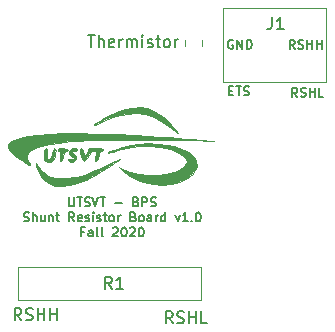
<source format=gbr>
%TF.GenerationSoftware,KiCad,Pcbnew,(5.1.5)-3*%
%TF.CreationDate,2020-10-03T13:17:45-05:00*%
%TF.ProjectId,BPS-ShuntResistorPCB,4250532d-5368-4756-9e74-526573697374,rev?*%
%TF.SameCoordinates,Original*%
%TF.FileFunction,Legend,Top*%
%TF.FilePolarity,Positive*%
%FSLAX46Y46*%
G04 Gerber Fmt 4.6, Leading zero omitted, Abs format (unit mm)*
G04 Created by KiCad (PCBNEW (5.1.5)-3) date 2020-10-03 13:17:45*
%MOMM*%
%LPD*%
G04 APERTURE LIST*
%ADD10C,0.150000*%
%ADD11C,0.127000*%
%ADD12C,0.120000*%
%ADD13C,0.010000*%
G04 APERTURE END LIST*
D10*
X154868714Y-99131380D02*
X154535380Y-98655190D01*
X154297285Y-99131380D02*
X154297285Y-98131380D01*
X154678238Y-98131380D01*
X154773476Y-98179000D01*
X154821095Y-98226619D01*
X154868714Y-98321857D01*
X154868714Y-98464714D01*
X154821095Y-98559952D01*
X154773476Y-98607571D01*
X154678238Y-98655190D01*
X154297285Y-98655190D01*
X155249666Y-99083761D02*
X155392523Y-99131380D01*
X155630619Y-99131380D01*
X155725857Y-99083761D01*
X155773476Y-99036142D01*
X155821095Y-98940904D01*
X155821095Y-98845666D01*
X155773476Y-98750428D01*
X155725857Y-98702809D01*
X155630619Y-98655190D01*
X155440142Y-98607571D01*
X155344904Y-98559952D01*
X155297285Y-98512333D01*
X155249666Y-98417095D01*
X155249666Y-98321857D01*
X155297285Y-98226619D01*
X155344904Y-98179000D01*
X155440142Y-98131380D01*
X155678238Y-98131380D01*
X155821095Y-98179000D01*
X156249666Y-99131380D02*
X156249666Y-98131380D01*
X156249666Y-98607571D02*
X156821095Y-98607571D01*
X156821095Y-99131380D02*
X156821095Y-98131380D01*
X157297285Y-99131380D02*
X157297285Y-98131380D01*
X157297285Y-98607571D02*
X157868714Y-98607571D01*
X157868714Y-99131380D02*
X157868714Y-98131380D01*
X167687761Y-99385380D02*
X167354428Y-98909190D01*
X167116333Y-99385380D02*
X167116333Y-98385380D01*
X167497285Y-98385380D01*
X167592523Y-98433000D01*
X167640142Y-98480619D01*
X167687761Y-98575857D01*
X167687761Y-98718714D01*
X167640142Y-98813952D01*
X167592523Y-98861571D01*
X167497285Y-98909190D01*
X167116333Y-98909190D01*
X168068714Y-99337761D02*
X168211571Y-99385380D01*
X168449666Y-99385380D01*
X168544904Y-99337761D01*
X168592523Y-99290142D01*
X168640142Y-99194904D01*
X168640142Y-99099666D01*
X168592523Y-99004428D01*
X168544904Y-98956809D01*
X168449666Y-98909190D01*
X168259190Y-98861571D01*
X168163952Y-98813952D01*
X168116333Y-98766333D01*
X168068714Y-98671095D01*
X168068714Y-98575857D01*
X168116333Y-98480619D01*
X168163952Y-98433000D01*
X168259190Y-98385380D01*
X168497285Y-98385380D01*
X168640142Y-98433000D01*
X169068714Y-99385380D02*
X169068714Y-98385380D01*
X169068714Y-98861571D02*
X169640142Y-98861571D01*
X169640142Y-99385380D02*
X169640142Y-98385380D01*
X170592523Y-99385380D02*
X170116333Y-99385380D01*
X170116333Y-98385380D01*
X178017714Y-76163714D02*
X177763714Y-75800857D01*
X177582285Y-76163714D02*
X177582285Y-75401714D01*
X177872571Y-75401714D01*
X177945142Y-75438000D01*
X177981428Y-75474285D01*
X178017714Y-75546857D01*
X178017714Y-75655714D01*
X177981428Y-75728285D01*
X177945142Y-75764571D01*
X177872571Y-75800857D01*
X177582285Y-75800857D01*
X178308000Y-76127428D02*
X178416857Y-76163714D01*
X178598285Y-76163714D01*
X178670857Y-76127428D01*
X178707142Y-76091142D01*
X178743428Y-76018571D01*
X178743428Y-75946000D01*
X178707142Y-75873428D01*
X178670857Y-75837142D01*
X178598285Y-75800857D01*
X178453142Y-75764571D01*
X178380571Y-75728285D01*
X178344285Y-75692000D01*
X178308000Y-75619428D01*
X178308000Y-75546857D01*
X178344285Y-75474285D01*
X178380571Y-75438000D01*
X178453142Y-75401714D01*
X178634571Y-75401714D01*
X178743428Y-75438000D01*
X179070000Y-76163714D02*
X179070000Y-75401714D01*
X179070000Y-75764571D02*
X179505428Y-75764571D01*
X179505428Y-76163714D02*
X179505428Y-75401714D01*
X179868285Y-76163714D02*
X179868285Y-75401714D01*
X179868285Y-75764571D02*
X180303714Y-75764571D01*
X180303714Y-76163714D02*
X180303714Y-75401714D01*
X172774428Y-75438000D02*
X172701857Y-75401714D01*
X172593000Y-75401714D01*
X172484142Y-75438000D01*
X172411571Y-75510571D01*
X172375285Y-75583142D01*
X172339000Y-75728285D01*
X172339000Y-75837142D01*
X172375285Y-75982285D01*
X172411571Y-76054857D01*
X172484142Y-76127428D01*
X172593000Y-76163714D01*
X172665571Y-76163714D01*
X172774428Y-76127428D01*
X172810714Y-76091142D01*
X172810714Y-75837142D01*
X172665571Y-75837142D01*
X173137285Y-76163714D02*
X173137285Y-75401714D01*
X173572714Y-76163714D01*
X173572714Y-75401714D01*
X173935571Y-76163714D02*
X173935571Y-75401714D01*
X174117000Y-75401714D01*
X174225857Y-75438000D01*
X174298428Y-75510571D01*
X174334714Y-75583142D01*
X174371000Y-75728285D01*
X174371000Y-75837142D01*
X174334714Y-75982285D01*
X174298428Y-76054857D01*
X174225857Y-76127428D01*
X174117000Y-76163714D01*
X173935571Y-76163714D01*
X178235428Y-80227714D02*
X177981428Y-79864857D01*
X177800000Y-80227714D02*
X177800000Y-79465714D01*
X178090285Y-79465714D01*
X178162857Y-79502000D01*
X178199142Y-79538285D01*
X178235428Y-79610857D01*
X178235428Y-79719714D01*
X178199142Y-79792285D01*
X178162857Y-79828571D01*
X178090285Y-79864857D01*
X177800000Y-79864857D01*
X178525714Y-80191428D02*
X178634571Y-80227714D01*
X178816000Y-80227714D01*
X178888571Y-80191428D01*
X178924857Y-80155142D01*
X178961142Y-80082571D01*
X178961142Y-80010000D01*
X178924857Y-79937428D01*
X178888571Y-79901142D01*
X178816000Y-79864857D01*
X178670857Y-79828571D01*
X178598285Y-79792285D01*
X178562000Y-79756000D01*
X178525714Y-79683428D01*
X178525714Y-79610857D01*
X178562000Y-79538285D01*
X178598285Y-79502000D01*
X178670857Y-79465714D01*
X178852285Y-79465714D01*
X178961142Y-79502000D01*
X179287714Y-80227714D02*
X179287714Y-79465714D01*
X179287714Y-79828571D02*
X179723142Y-79828571D01*
X179723142Y-80227714D02*
X179723142Y-79465714D01*
X180448857Y-80227714D02*
X180086000Y-80227714D01*
X180086000Y-79465714D01*
X172462371Y-79701571D02*
X172716371Y-79701571D01*
X172825228Y-80100714D02*
X172462371Y-80100714D01*
X172462371Y-79338714D01*
X172825228Y-79338714D01*
X173042942Y-79338714D02*
X173478371Y-79338714D01*
X173260657Y-80100714D02*
X173260657Y-79338714D01*
X173696085Y-80064428D02*
X173804942Y-80100714D01*
X173986371Y-80100714D01*
X174058942Y-80064428D01*
X174095228Y-80028142D01*
X174131514Y-79955571D01*
X174131514Y-79883000D01*
X174095228Y-79810428D01*
X174058942Y-79774142D01*
X173986371Y-79737857D01*
X173841228Y-79701571D01*
X173768657Y-79665285D01*
X173732371Y-79629000D01*
X173696085Y-79556428D01*
X173696085Y-79483857D01*
X173732371Y-79411285D01*
X173768657Y-79375000D01*
X173841228Y-79338714D01*
X174022657Y-79338714D01*
X174131514Y-79375000D01*
D11*
X158895142Y-88736714D02*
X158895142Y-89353571D01*
X158931428Y-89426142D01*
X158967714Y-89462428D01*
X159040285Y-89498714D01*
X159185428Y-89498714D01*
X159258000Y-89462428D01*
X159294285Y-89426142D01*
X159330571Y-89353571D01*
X159330571Y-88736714D01*
X159584571Y-88736714D02*
X160020000Y-88736714D01*
X159802285Y-89498714D02*
X159802285Y-88736714D01*
X160237714Y-89462428D02*
X160346571Y-89498714D01*
X160528000Y-89498714D01*
X160600571Y-89462428D01*
X160636857Y-89426142D01*
X160673142Y-89353571D01*
X160673142Y-89281000D01*
X160636857Y-89208428D01*
X160600571Y-89172142D01*
X160528000Y-89135857D01*
X160382857Y-89099571D01*
X160310285Y-89063285D01*
X160274000Y-89027000D01*
X160237714Y-88954428D01*
X160237714Y-88881857D01*
X160274000Y-88809285D01*
X160310285Y-88773000D01*
X160382857Y-88736714D01*
X160564285Y-88736714D01*
X160673142Y-88773000D01*
X160890857Y-88736714D02*
X161144857Y-89498714D01*
X161398857Y-88736714D01*
X161544000Y-88736714D02*
X161979428Y-88736714D01*
X161761714Y-89498714D02*
X161761714Y-88736714D01*
X162814000Y-89208428D02*
X163394571Y-89208428D01*
X164592000Y-89099571D02*
X164700857Y-89135857D01*
X164737142Y-89172142D01*
X164773428Y-89244714D01*
X164773428Y-89353571D01*
X164737142Y-89426142D01*
X164700857Y-89462428D01*
X164628285Y-89498714D01*
X164338000Y-89498714D01*
X164338000Y-88736714D01*
X164592000Y-88736714D01*
X164664571Y-88773000D01*
X164700857Y-88809285D01*
X164737142Y-88881857D01*
X164737142Y-88954428D01*
X164700857Y-89027000D01*
X164664571Y-89063285D01*
X164592000Y-89099571D01*
X164338000Y-89099571D01*
X165100000Y-89498714D02*
X165100000Y-88736714D01*
X165390285Y-88736714D01*
X165462857Y-88773000D01*
X165499142Y-88809285D01*
X165535428Y-88881857D01*
X165535428Y-88990714D01*
X165499142Y-89063285D01*
X165462857Y-89099571D01*
X165390285Y-89135857D01*
X165100000Y-89135857D01*
X165825714Y-89462428D02*
X165934571Y-89498714D01*
X166116000Y-89498714D01*
X166188571Y-89462428D01*
X166224857Y-89426142D01*
X166261142Y-89353571D01*
X166261142Y-89281000D01*
X166224857Y-89208428D01*
X166188571Y-89172142D01*
X166116000Y-89135857D01*
X165970857Y-89099571D01*
X165898285Y-89063285D01*
X165862000Y-89027000D01*
X165825714Y-88954428D01*
X165825714Y-88881857D01*
X165862000Y-88809285D01*
X165898285Y-88773000D01*
X165970857Y-88736714D01*
X166152285Y-88736714D01*
X166261142Y-88773000D01*
X155067000Y-90732428D02*
X155175857Y-90768714D01*
X155357285Y-90768714D01*
X155429857Y-90732428D01*
X155466142Y-90696142D01*
X155502428Y-90623571D01*
X155502428Y-90551000D01*
X155466142Y-90478428D01*
X155429857Y-90442142D01*
X155357285Y-90405857D01*
X155212142Y-90369571D01*
X155139571Y-90333285D01*
X155103285Y-90297000D01*
X155067000Y-90224428D01*
X155067000Y-90151857D01*
X155103285Y-90079285D01*
X155139571Y-90043000D01*
X155212142Y-90006714D01*
X155393571Y-90006714D01*
X155502428Y-90043000D01*
X155829000Y-90768714D02*
X155829000Y-90006714D01*
X156155571Y-90768714D02*
X156155571Y-90369571D01*
X156119285Y-90297000D01*
X156046714Y-90260714D01*
X155937857Y-90260714D01*
X155865285Y-90297000D01*
X155829000Y-90333285D01*
X156845000Y-90260714D02*
X156845000Y-90768714D01*
X156518428Y-90260714D02*
X156518428Y-90659857D01*
X156554714Y-90732428D01*
X156627285Y-90768714D01*
X156736142Y-90768714D01*
X156808714Y-90732428D01*
X156845000Y-90696142D01*
X157207857Y-90260714D02*
X157207857Y-90768714D01*
X157207857Y-90333285D02*
X157244142Y-90297000D01*
X157316714Y-90260714D01*
X157425571Y-90260714D01*
X157498142Y-90297000D01*
X157534428Y-90369571D01*
X157534428Y-90768714D01*
X157788428Y-90260714D02*
X158078714Y-90260714D01*
X157897285Y-90006714D02*
X157897285Y-90659857D01*
X157933571Y-90732428D01*
X158006142Y-90768714D01*
X158078714Y-90768714D01*
X159348714Y-90768714D02*
X159094714Y-90405857D01*
X158913285Y-90768714D02*
X158913285Y-90006714D01*
X159203571Y-90006714D01*
X159276142Y-90043000D01*
X159312428Y-90079285D01*
X159348714Y-90151857D01*
X159348714Y-90260714D01*
X159312428Y-90333285D01*
X159276142Y-90369571D01*
X159203571Y-90405857D01*
X158913285Y-90405857D01*
X159965571Y-90732428D02*
X159893000Y-90768714D01*
X159747857Y-90768714D01*
X159675285Y-90732428D01*
X159639000Y-90659857D01*
X159639000Y-90369571D01*
X159675285Y-90297000D01*
X159747857Y-90260714D01*
X159893000Y-90260714D01*
X159965571Y-90297000D01*
X160001857Y-90369571D01*
X160001857Y-90442142D01*
X159639000Y-90514714D01*
X160292142Y-90732428D02*
X160364714Y-90768714D01*
X160509857Y-90768714D01*
X160582428Y-90732428D01*
X160618714Y-90659857D01*
X160618714Y-90623571D01*
X160582428Y-90551000D01*
X160509857Y-90514714D01*
X160401000Y-90514714D01*
X160328428Y-90478428D01*
X160292142Y-90405857D01*
X160292142Y-90369571D01*
X160328428Y-90297000D01*
X160401000Y-90260714D01*
X160509857Y-90260714D01*
X160582428Y-90297000D01*
X160945285Y-90768714D02*
X160945285Y-90260714D01*
X160945285Y-90006714D02*
X160909000Y-90043000D01*
X160945285Y-90079285D01*
X160981571Y-90043000D01*
X160945285Y-90006714D01*
X160945285Y-90079285D01*
X161271857Y-90732428D02*
X161344428Y-90768714D01*
X161489571Y-90768714D01*
X161562142Y-90732428D01*
X161598428Y-90659857D01*
X161598428Y-90623571D01*
X161562142Y-90551000D01*
X161489571Y-90514714D01*
X161380714Y-90514714D01*
X161308142Y-90478428D01*
X161271857Y-90405857D01*
X161271857Y-90369571D01*
X161308142Y-90297000D01*
X161380714Y-90260714D01*
X161489571Y-90260714D01*
X161562142Y-90297000D01*
X161816142Y-90260714D02*
X162106428Y-90260714D01*
X161925000Y-90006714D02*
X161925000Y-90659857D01*
X161961285Y-90732428D01*
X162033857Y-90768714D01*
X162106428Y-90768714D01*
X162469285Y-90768714D02*
X162396714Y-90732428D01*
X162360428Y-90696142D01*
X162324142Y-90623571D01*
X162324142Y-90405857D01*
X162360428Y-90333285D01*
X162396714Y-90297000D01*
X162469285Y-90260714D01*
X162578142Y-90260714D01*
X162650714Y-90297000D01*
X162687000Y-90333285D01*
X162723285Y-90405857D01*
X162723285Y-90623571D01*
X162687000Y-90696142D01*
X162650714Y-90732428D01*
X162578142Y-90768714D01*
X162469285Y-90768714D01*
X163049857Y-90768714D02*
X163049857Y-90260714D01*
X163049857Y-90405857D02*
X163086142Y-90333285D01*
X163122428Y-90297000D01*
X163195000Y-90260714D01*
X163267571Y-90260714D01*
X164356142Y-90369571D02*
X164465000Y-90405857D01*
X164501285Y-90442142D01*
X164537571Y-90514714D01*
X164537571Y-90623571D01*
X164501285Y-90696142D01*
X164465000Y-90732428D01*
X164392428Y-90768714D01*
X164102142Y-90768714D01*
X164102142Y-90006714D01*
X164356142Y-90006714D01*
X164428714Y-90043000D01*
X164465000Y-90079285D01*
X164501285Y-90151857D01*
X164501285Y-90224428D01*
X164465000Y-90297000D01*
X164428714Y-90333285D01*
X164356142Y-90369571D01*
X164102142Y-90369571D01*
X164973000Y-90768714D02*
X164900428Y-90732428D01*
X164864142Y-90696142D01*
X164827857Y-90623571D01*
X164827857Y-90405857D01*
X164864142Y-90333285D01*
X164900428Y-90297000D01*
X164973000Y-90260714D01*
X165081857Y-90260714D01*
X165154428Y-90297000D01*
X165190714Y-90333285D01*
X165227000Y-90405857D01*
X165227000Y-90623571D01*
X165190714Y-90696142D01*
X165154428Y-90732428D01*
X165081857Y-90768714D01*
X164973000Y-90768714D01*
X165880142Y-90768714D02*
X165880142Y-90369571D01*
X165843857Y-90297000D01*
X165771285Y-90260714D01*
X165626142Y-90260714D01*
X165553571Y-90297000D01*
X165880142Y-90732428D02*
X165807571Y-90768714D01*
X165626142Y-90768714D01*
X165553571Y-90732428D01*
X165517285Y-90659857D01*
X165517285Y-90587285D01*
X165553571Y-90514714D01*
X165626142Y-90478428D01*
X165807571Y-90478428D01*
X165880142Y-90442142D01*
X166243000Y-90768714D02*
X166243000Y-90260714D01*
X166243000Y-90405857D02*
X166279285Y-90333285D01*
X166315571Y-90297000D01*
X166388142Y-90260714D01*
X166460714Y-90260714D01*
X167041285Y-90768714D02*
X167041285Y-90006714D01*
X167041285Y-90732428D02*
X166968714Y-90768714D01*
X166823571Y-90768714D01*
X166751000Y-90732428D01*
X166714714Y-90696142D01*
X166678428Y-90623571D01*
X166678428Y-90405857D01*
X166714714Y-90333285D01*
X166751000Y-90297000D01*
X166823571Y-90260714D01*
X166968714Y-90260714D01*
X167041285Y-90297000D01*
X167912142Y-90260714D02*
X168093571Y-90768714D01*
X168275000Y-90260714D01*
X168964428Y-90768714D02*
X168529000Y-90768714D01*
X168746714Y-90768714D02*
X168746714Y-90006714D01*
X168674142Y-90115571D01*
X168601571Y-90188142D01*
X168529000Y-90224428D01*
X169291000Y-90696142D02*
X169327285Y-90732428D01*
X169291000Y-90768714D01*
X169254714Y-90732428D01*
X169291000Y-90696142D01*
X169291000Y-90768714D01*
X169799000Y-90006714D02*
X169871571Y-90006714D01*
X169944142Y-90043000D01*
X169980428Y-90079285D01*
X170016714Y-90151857D01*
X170053000Y-90297000D01*
X170053000Y-90478428D01*
X170016714Y-90623571D01*
X169980428Y-90696142D01*
X169944142Y-90732428D01*
X169871571Y-90768714D01*
X169799000Y-90768714D01*
X169726428Y-90732428D01*
X169690142Y-90696142D01*
X169653857Y-90623571D01*
X169617571Y-90478428D01*
X169617571Y-90297000D01*
X169653857Y-90151857D01*
X169690142Y-90079285D01*
X169726428Y-90043000D01*
X169799000Y-90006714D01*
X160183285Y-91639571D02*
X159929285Y-91639571D01*
X159929285Y-92038714D02*
X159929285Y-91276714D01*
X160292142Y-91276714D01*
X160909000Y-92038714D02*
X160909000Y-91639571D01*
X160872714Y-91567000D01*
X160800142Y-91530714D01*
X160655000Y-91530714D01*
X160582428Y-91567000D01*
X160909000Y-92002428D02*
X160836428Y-92038714D01*
X160655000Y-92038714D01*
X160582428Y-92002428D01*
X160546142Y-91929857D01*
X160546142Y-91857285D01*
X160582428Y-91784714D01*
X160655000Y-91748428D01*
X160836428Y-91748428D01*
X160909000Y-91712142D01*
X161380714Y-92038714D02*
X161308142Y-92002428D01*
X161271857Y-91929857D01*
X161271857Y-91276714D01*
X161779857Y-92038714D02*
X161707285Y-92002428D01*
X161671000Y-91929857D01*
X161671000Y-91276714D01*
X162614428Y-91349285D02*
X162650714Y-91313000D01*
X162723285Y-91276714D01*
X162904714Y-91276714D01*
X162977285Y-91313000D01*
X163013571Y-91349285D01*
X163049857Y-91421857D01*
X163049857Y-91494428D01*
X163013571Y-91603285D01*
X162578142Y-92038714D01*
X163049857Y-92038714D01*
X163521571Y-91276714D02*
X163594142Y-91276714D01*
X163666714Y-91313000D01*
X163703000Y-91349285D01*
X163739285Y-91421857D01*
X163775571Y-91567000D01*
X163775571Y-91748428D01*
X163739285Y-91893571D01*
X163703000Y-91966142D01*
X163666714Y-92002428D01*
X163594142Y-92038714D01*
X163521571Y-92038714D01*
X163449000Y-92002428D01*
X163412714Y-91966142D01*
X163376428Y-91893571D01*
X163340142Y-91748428D01*
X163340142Y-91567000D01*
X163376428Y-91421857D01*
X163412714Y-91349285D01*
X163449000Y-91313000D01*
X163521571Y-91276714D01*
X164065857Y-91349285D02*
X164102142Y-91313000D01*
X164174714Y-91276714D01*
X164356142Y-91276714D01*
X164428714Y-91313000D01*
X164465000Y-91349285D01*
X164501285Y-91421857D01*
X164501285Y-91494428D01*
X164465000Y-91603285D01*
X164029571Y-92038714D01*
X164501285Y-92038714D01*
X164973000Y-91276714D02*
X165045571Y-91276714D01*
X165118142Y-91313000D01*
X165154428Y-91349285D01*
X165190714Y-91421857D01*
X165227000Y-91567000D01*
X165227000Y-91748428D01*
X165190714Y-91893571D01*
X165154428Y-91966142D01*
X165118142Y-92002428D01*
X165045571Y-92038714D01*
X164973000Y-92038714D01*
X164900428Y-92002428D01*
X164864142Y-91966142D01*
X164827857Y-91893571D01*
X164791571Y-91748428D01*
X164791571Y-91567000D01*
X164827857Y-91421857D01*
X164864142Y-91349285D01*
X164900428Y-91313000D01*
X164973000Y-91276714D01*
D12*
%TO.C,J1*%
X180699000Y-72714000D02*
X171949000Y-72714000D01*
X180699000Y-78764000D02*
X180699000Y-72714000D01*
X171949000Y-72926500D02*
X171949000Y-72751500D01*
X172224000Y-72714000D02*
X171949000Y-72714000D01*
X171949000Y-72714000D02*
X171949000Y-78964000D01*
X171949000Y-78964000D02*
X180699000Y-78964000D01*
X180674000Y-78964000D02*
X180699000Y-78964000D01*
X180699000Y-78714000D02*
X180699000Y-78964000D01*
%TO.C,Thermistor*%
X170153400Y-75408022D02*
X170153400Y-75925178D01*
X168733400Y-75408022D02*
X168733400Y-75925178D01*
%TO.C,R1*%
X154616800Y-94657400D02*
X154986800Y-94657400D01*
X154616800Y-94887400D02*
X154616800Y-94657400D01*
X169886800Y-94647400D02*
X154626800Y-94657400D01*
X170096800Y-94647400D02*
X169886800Y-94647400D01*
X170096800Y-94837400D02*
X170096800Y-94647400D01*
X169886800Y-94647400D02*
X170056800Y-94647400D01*
X170096800Y-97227400D02*
X170096800Y-94727400D01*
X170096800Y-97427400D02*
X169936800Y-97427400D01*
X170096800Y-97227400D02*
X170096800Y-97427400D01*
X154856800Y-97427400D02*
X170076800Y-97427400D01*
X154616800Y-97427400D02*
X154616800Y-97327400D01*
X154876800Y-97427400D02*
X154616800Y-97427400D01*
X154616800Y-94887400D02*
X154616800Y-97357400D01*
D13*
%TO.C,LOGO1*%
G36*
X165454022Y-81199039D02*
G01*
X165761668Y-81281318D01*
X166388242Y-81555482D01*
X166992510Y-81975275D01*
X167541345Y-82517341D01*
X167580770Y-82563975D01*
X167793432Y-82829321D01*
X167963812Y-83061225D01*
X168071543Y-83229853D01*
X168096260Y-83305370D01*
X168087479Y-83306302D01*
X168016298Y-83252987D01*
X167847916Y-83116039D01*
X167614169Y-82921479D01*
X167528559Y-82849442D01*
X166816133Y-82320873D01*
X166098895Y-81940433D01*
X165362426Y-81706838D01*
X164592309Y-81618807D01*
X163774127Y-81675057D01*
X162893463Y-81874308D01*
X161935897Y-82215276D01*
X161669314Y-82328400D01*
X161300517Y-82483373D01*
X161075415Y-82564557D01*
X160987855Y-82577023D01*
X161031683Y-82525842D01*
X161200746Y-82416085D01*
X161488890Y-82252824D01*
X161889962Y-82041130D01*
X162221334Y-81873458D01*
X163000464Y-81516603D01*
X163686658Y-81275189D01*
X164306555Y-81144760D01*
X164886797Y-81120863D01*
X165454022Y-81199039D01*
G37*
X165454022Y-81199039D02*
X165761668Y-81281318D01*
X166388242Y-81555482D01*
X166992510Y-81975275D01*
X167541345Y-82517341D01*
X167580770Y-82563975D01*
X167793432Y-82829321D01*
X167963812Y-83061225D01*
X168071543Y-83229853D01*
X168096260Y-83305370D01*
X168087479Y-83306302D01*
X168016298Y-83252987D01*
X167847916Y-83116039D01*
X167614169Y-82921479D01*
X167528559Y-82849442D01*
X166816133Y-82320873D01*
X166098895Y-81940433D01*
X165362426Y-81706838D01*
X164592309Y-81618807D01*
X163774127Y-81675057D01*
X162893463Y-81874308D01*
X161935897Y-82215276D01*
X161669314Y-82328400D01*
X161300517Y-82483373D01*
X161075415Y-82564557D01*
X160987855Y-82577023D01*
X161031683Y-82525842D01*
X161200746Y-82416085D01*
X161488890Y-82252824D01*
X161889962Y-82041130D01*
X162221334Y-81873458D01*
X163000464Y-81516603D01*
X163686658Y-81275189D01*
X164306555Y-81144760D01*
X164886797Y-81120863D01*
X165454022Y-81199039D01*
G36*
X161567000Y-84590171D02*
G01*
X161757544Y-84617224D01*
X161821975Y-84666973D01*
X161819591Y-84687834D01*
X161716889Y-84783847D01*
X161600868Y-84820722D01*
X161457364Y-84892816D01*
X161415844Y-85074722D01*
X161386513Y-85389587D01*
X161310073Y-85603292D01*
X161198432Y-85682663D01*
X161197575Y-85682667D01*
X161137213Y-85657620D01*
X161115959Y-85562418D01*
X161134037Y-85366973D01*
X161191673Y-85041193D01*
X161202775Y-84984167D01*
X161170544Y-84859742D01*
X161077463Y-84836000D01*
X160931358Y-84790815D01*
X160891284Y-84740517D01*
X160840169Y-84760527D01*
X160735145Y-84902276D01*
X160597902Y-85135984D01*
X160582930Y-85163851D01*
X160429318Y-85422806D01*
X160289268Y-85608760D01*
X160192380Y-85682593D01*
X160190376Y-85682667D01*
X160100830Y-85605915D01*
X160000428Y-85401296D01*
X159941341Y-85225136D01*
X159852659Y-84902851D01*
X159817360Y-84709502D01*
X159835067Y-84613449D01*
X159905406Y-84583054D01*
X159933720Y-84582000D01*
X160040642Y-84654943D01*
X160110125Y-84814834D01*
X160176921Y-85084998D01*
X160236097Y-85196036D01*
X160307480Y-85155914D01*
X160410897Y-84972599D01*
X160426167Y-84941834D01*
X160603694Y-84582000D01*
X161229069Y-84582000D01*
X161567000Y-84590171D01*
G37*
X161567000Y-84590171D02*
X161757544Y-84617224D01*
X161821975Y-84666973D01*
X161819591Y-84687834D01*
X161716889Y-84783847D01*
X161600868Y-84820722D01*
X161457364Y-84892816D01*
X161415844Y-85074722D01*
X161386513Y-85389587D01*
X161310073Y-85603292D01*
X161198432Y-85682663D01*
X161197575Y-85682667D01*
X161137213Y-85657620D01*
X161115959Y-85562418D01*
X161134037Y-85366973D01*
X161191673Y-85041193D01*
X161202775Y-84984167D01*
X161170544Y-84859742D01*
X161077463Y-84836000D01*
X160931358Y-84790815D01*
X160891284Y-84740517D01*
X160840169Y-84760527D01*
X160735145Y-84902276D01*
X160597902Y-85135984D01*
X160582930Y-85163851D01*
X160429318Y-85422806D01*
X160289268Y-85608760D01*
X160192380Y-85682593D01*
X160190376Y-85682667D01*
X160100830Y-85605915D01*
X160000428Y-85401296D01*
X159941341Y-85225136D01*
X159852659Y-84902851D01*
X159817360Y-84709502D01*
X159835067Y-84613449D01*
X159905406Y-84583054D01*
X159933720Y-84582000D01*
X160040642Y-84654943D01*
X160110125Y-84814834D01*
X160176921Y-85084998D01*
X160236097Y-85196036D01*
X160307480Y-85155914D01*
X160410897Y-84972599D01*
X160426167Y-84941834D01*
X160603694Y-84582000D01*
X161229069Y-84582000D01*
X161567000Y-84590171D01*
G36*
X158635219Y-84595596D02*
G01*
X158765244Y-84642668D01*
X158792334Y-84709000D01*
X158722050Y-84812509D01*
X158625916Y-84836000D01*
X158520195Y-84867175D01*
X158453996Y-84986676D01*
X158406834Y-85233465D01*
X158403342Y-85259334D01*
X158343866Y-85545175D01*
X158260182Y-85673210D01*
X158223148Y-85682667D01*
X158152253Y-85650698D01*
X158131093Y-85530218D01*
X158153936Y-85284366D01*
X158157334Y-85259334D01*
X158183950Y-85005201D01*
X158168181Y-84877507D01*
X158102926Y-84837076D01*
X158080612Y-84836000D01*
X157963343Y-84771644D01*
X157945667Y-84709000D01*
X157990986Y-84629135D01*
X158147894Y-84590127D01*
X158369000Y-84582000D01*
X158635219Y-84595596D01*
G37*
X158635219Y-84595596D02*
X158765244Y-84642668D01*
X158792334Y-84709000D01*
X158722050Y-84812509D01*
X158625916Y-84836000D01*
X158520195Y-84867175D01*
X158453996Y-84986676D01*
X158406834Y-85233465D01*
X158403342Y-85259334D01*
X158343866Y-85545175D01*
X158260182Y-85673210D01*
X158223148Y-85682667D01*
X158152253Y-85650698D01*
X158131093Y-85530218D01*
X158153936Y-85284366D01*
X158157334Y-85259334D01*
X158183950Y-85005201D01*
X158168181Y-84877507D01*
X158102926Y-84837076D01*
X158080612Y-84836000D01*
X157963343Y-84771644D01*
X157945667Y-84709000D01*
X157990986Y-84629135D01*
X158147894Y-84590127D01*
X158369000Y-84582000D01*
X158635219Y-84595596D01*
G36*
X159596135Y-84625696D02*
G01*
X159617412Y-84687834D01*
X159514971Y-84770619D01*
X159385000Y-84793667D01*
X159202919Y-84833982D01*
X159168271Y-84930427D01*
X159286901Y-85046247D01*
X159340474Y-85073596D01*
X159514609Y-85221319D01*
X159539343Y-85410490D01*
X159412769Y-85599372D01*
X159366161Y-85635533D01*
X159155083Y-85749544D01*
X158983919Y-85741270D01*
X158887320Y-85690836D01*
X158806683Y-85589447D01*
X158861926Y-85509410D01*
X159019992Y-85483665D01*
X159086646Y-85492225D01*
X159254718Y-85482631D01*
X159300882Y-85397169D01*
X159221230Y-85281420D01*
X159110328Y-85215910D01*
X158934049Y-85066940D01*
X158891433Y-84866311D01*
X158965042Y-84704933D01*
X159093838Y-84626772D01*
X159280927Y-84586491D01*
X159467847Y-84585621D01*
X159596135Y-84625696D01*
G37*
X159596135Y-84625696D02*
X159617412Y-84687834D01*
X159514971Y-84770619D01*
X159385000Y-84793667D01*
X159202919Y-84833982D01*
X159168271Y-84930427D01*
X159286901Y-85046247D01*
X159340474Y-85073596D01*
X159514609Y-85221319D01*
X159539343Y-85410490D01*
X159412769Y-85599372D01*
X159366161Y-85635533D01*
X159155083Y-85749544D01*
X158983919Y-85741270D01*
X158887320Y-85690836D01*
X158806683Y-85589447D01*
X158861926Y-85509410D01*
X159019992Y-85483665D01*
X159086646Y-85492225D01*
X159254718Y-85482631D01*
X159300882Y-85397169D01*
X159221230Y-85281420D01*
X159110328Y-85215910D01*
X158934049Y-85066940D01*
X158891433Y-84866311D01*
X158965042Y-84704933D01*
X159093838Y-84626772D01*
X159280927Y-84586491D01*
X159467847Y-84585621D01*
X159596135Y-84625696D01*
G36*
X157757617Y-84651315D02*
G01*
X157774314Y-84730167D01*
X157750556Y-84944794D01*
X157695406Y-85204471D01*
X157626108Y-85442123D01*
X157559907Y-85590676D01*
X157550082Y-85602361D01*
X157360009Y-85697001D01*
X157111331Y-85725677D01*
X156908500Y-85677932D01*
X156809859Y-85542585D01*
X156759401Y-85318812D01*
X156754347Y-85058811D01*
X156791919Y-84814782D01*
X156869335Y-84638923D01*
X156966858Y-84582000D01*
X157026526Y-84640109D01*
X157043710Y-84828093D01*
X157031373Y-85055009D01*
X157013174Y-85322789D01*
X157025265Y-85460448D01*
X157081683Y-85506415D01*
X157193740Y-85499509D01*
X157317993Y-85457283D01*
X157396221Y-85345762D01*
X157453798Y-85121613D01*
X157470741Y-85026500D01*
X157540395Y-84740155D01*
X157624765Y-84595690D01*
X157661241Y-84582000D01*
X157757617Y-84651315D01*
G37*
X157757617Y-84651315D02*
X157774314Y-84730167D01*
X157750556Y-84944794D01*
X157695406Y-85204471D01*
X157626108Y-85442123D01*
X157559907Y-85590676D01*
X157550082Y-85602361D01*
X157360009Y-85697001D01*
X157111331Y-85725677D01*
X156908500Y-85677932D01*
X156809859Y-85542585D01*
X156759401Y-85318812D01*
X156754347Y-85058811D01*
X156791919Y-84814782D01*
X156869335Y-84638923D01*
X156966858Y-84582000D01*
X157026526Y-84640109D01*
X157043710Y-84828093D01*
X157031373Y-85055009D01*
X157013174Y-85322789D01*
X157025265Y-85460448D01*
X157081683Y-85506415D01*
X157193740Y-85499509D01*
X157317993Y-85457283D01*
X157396221Y-85345762D01*
X157453798Y-85121613D01*
X157470741Y-85026500D01*
X157540395Y-84740155D01*
X157624765Y-84595690D01*
X157661241Y-84582000D01*
X157757617Y-84651315D01*
G36*
X161182943Y-83337662D02*
G01*
X162797301Y-83391837D01*
X164565221Y-83477813D01*
X166485529Y-83595673D01*
X166751000Y-83613663D01*
X167403946Y-83659680D01*
X168094556Y-83710602D01*
X168772333Y-83762553D01*
X169386778Y-83811655D01*
X169887393Y-83854030D01*
X169926000Y-83857458D01*
X171196000Y-83970801D01*
X169291000Y-83916567D01*
X168474080Y-83896732D01*
X167588053Y-83881324D01*
X166652882Y-83870234D01*
X165688527Y-83863357D01*
X164714950Y-83860585D01*
X163752113Y-83861811D01*
X162819978Y-83866927D01*
X161938507Y-83875828D01*
X161127660Y-83888404D01*
X160407401Y-83904551D01*
X159797690Y-83924159D01*
X159318489Y-83947123D01*
X159004000Y-83971767D01*
X158029440Y-84091425D01*
X157216746Y-84224204D01*
X156558780Y-84372644D01*
X156048406Y-84539283D01*
X155678487Y-84726661D01*
X155441886Y-84937318D01*
X155331467Y-85173793D01*
X155321000Y-85282189D01*
X155370925Y-85524824D01*
X155491500Y-85768887D01*
X155496099Y-85775430D01*
X155594263Y-85927554D01*
X155604725Y-85995634D01*
X155514276Y-85977003D01*
X155309705Y-85868997D01*
X154982334Y-85671745D01*
X154553626Y-85381938D01*
X154189792Y-85087182D01*
X153917285Y-84811932D01*
X153762559Y-84580643D01*
X153743892Y-84526878D01*
X153757979Y-84267570D01*
X153937382Y-84039240D01*
X154280926Y-83841968D01*
X154787435Y-83675839D01*
X155455734Y-83540934D01*
X156284647Y-83437336D01*
X157273000Y-83365127D01*
X158419618Y-83324390D01*
X159723323Y-83315208D01*
X161182943Y-83337662D01*
G37*
X161182943Y-83337662D02*
X162797301Y-83391837D01*
X164565221Y-83477813D01*
X166485529Y-83595673D01*
X166751000Y-83613663D01*
X167403946Y-83659680D01*
X168094556Y-83710602D01*
X168772333Y-83762553D01*
X169386778Y-83811655D01*
X169887393Y-83854030D01*
X169926000Y-83857458D01*
X171196000Y-83970801D01*
X169291000Y-83916567D01*
X168474080Y-83896732D01*
X167588053Y-83881324D01*
X166652882Y-83870234D01*
X165688527Y-83863357D01*
X164714950Y-83860585D01*
X163752113Y-83861811D01*
X162819978Y-83866927D01*
X161938507Y-83875828D01*
X161127660Y-83888404D01*
X160407401Y-83904551D01*
X159797690Y-83924159D01*
X159318489Y-83947123D01*
X159004000Y-83971767D01*
X158029440Y-84091425D01*
X157216746Y-84224204D01*
X156558780Y-84372644D01*
X156048406Y-84539283D01*
X155678487Y-84726661D01*
X155441886Y-84937318D01*
X155331467Y-85173793D01*
X155321000Y-85282189D01*
X155370925Y-85524824D01*
X155491500Y-85768887D01*
X155496099Y-85775430D01*
X155594263Y-85927554D01*
X155604725Y-85995634D01*
X155514276Y-85977003D01*
X155309705Y-85868997D01*
X154982334Y-85671745D01*
X154553626Y-85381938D01*
X154189792Y-85087182D01*
X153917285Y-84811932D01*
X153762559Y-84580643D01*
X153743892Y-84526878D01*
X153757979Y-84267570D01*
X153937382Y-84039240D01*
X154280926Y-83841968D01*
X154787435Y-83675839D01*
X155455734Y-83540934D01*
X156284647Y-83437336D01*
X157273000Y-83365127D01*
X158419618Y-83324390D01*
X159723323Y-83315208D01*
X161182943Y-83337662D01*
G36*
X166405616Y-84176884D02*
G01*
X167172095Y-84258699D01*
X167843321Y-84403139D01*
X167978667Y-84444989D01*
X168615279Y-84701973D01*
X169110666Y-84999975D01*
X169460375Y-85330364D01*
X169659952Y-85684511D01*
X169704944Y-86053786D01*
X169590897Y-86429560D01*
X169313357Y-86803203D01*
X169235059Y-86879501D01*
X168775706Y-87201800D01*
X168193328Y-87443745D01*
X167517434Y-87598518D01*
X166777531Y-87659305D01*
X166022722Y-87621577D01*
X165630259Y-87557619D01*
X165224114Y-87462150D01*
X164952042Y-87376726D01*
X164583244Y-87212908D01*
X164181742Y-86993585D01*
X163798164Y-86750294D01*
X163483138Y-86514570D01*
X163322000Y-86361358D01*
X163152667Y-86167501D01*
X163406667Y-86296686D01*
X164061755Y-86559412D01*
X164805130Y-86739303D01*
X165594448Y-86834579D01*
X166387366Y-86843459D01*
X167141542Y-86764163D01*
X167814632Y-86594909D01*
X168071139Y-86492870D01*
X168497518Y-86250059D01*
X168759214Y-85990225D01*
X168859009Y-85721425D01*
X168799686Y-85451717D01*
X168584027Y-85189160D01*
X168214815Y-84941810D01*
X167694831Y-84717726D01*
X167428334Y-84631350D01*
X166612203Y-84457229D01*
X165709398Y-84384743D01*
X164767694Y-84412587D01*
X163834866Y-84539453D01*
X162993889Y-84752601D01*
X162661610Y-84855953D01*
X162396131Y-84931913D01*
X162233974Y-84970382D01*
X162201758Y-84971647D01*
X162244005Y-84917450D01*
X162417575Y-84830737D01*
X162690235Y-84722844D01*
X163029752Y-84605111D01*
X163403894Y-84488876D01*
X163780428Y-84385478D01*
X164045657Y-84323034D01*
X164791297Y-84207467D01*
X165594983Y-84159279D01*
X166405616Y-84176884D01*
G37*
X166405616Y-84176884D02*
X167172095Y-84258699D01*
X167843321Y-84403139D01*
X167978667Y-84444989D01*
X168615279Y-84701973D01*
X169110666Y-84999975D01*
X169460375Y-85330364D01*
X169659952Y-85684511D01*
X169704944Y-86053786D01*
X169590897Y-86429560D01*
X169313357Y-86803203D01*
X169235059Y-86879501D01*
X168775706Y-87201800D01*
X168193328Y-87443745D01*
X167517434Y-87598518D01*
X166777531Y-87659305D01*
X166022722Y-87621577D01*
X165630259Y-87557619D01*
X165224114Y-87462150D01*
X164952042Y-87376726D01*
X164583244Y-87212908D01*
X164181742Y-86993585D01*
X163798164Y-86750294D01*
X163483138Y-86514570D01*
X163322000Y-86361358D01*
X163152667Y-86167501D01*
X163406667Y-86296686D01*
X164061755Y-86559412D01*
X164805130Y-86739303D01*
X165594448Y-86834579D01*
X166387366Y-86843459D01*
X167141542Y-86764163D01*
X167814632Y-86594909D01*
X168071139Y-86492870D01*
X168497518Y-86250059D01*
X168759214Y-85990225D01*
X168859009Y-85721425D01*
X168799686Y-85451717D01*
X168584027Y-85189160D01*
X168214815Y-84941810D01*
X167694831Y-84717726D01*
X167428334Y-84631350D01*
X166612203Y-84457229D01*
X165709398Y-84384743D01*
X164767694Y-84412587D01*
X163834866Y-84539453D01*
X162993889Y-84752601D01*
X162661610Y-84855953D01*
X162396131Y-84931913D01*
X162233974Y-84970382D01*
X162201758Y-84971647D01*
X162244005Y-84917450D01*
X162417575Y-84830737D01*
X162690235Y-84722844D01*
X163029752Y-84605111D01*
X163403894Y-84488876D01*
X163780428Y-84385478D01*
X164045657Y-84323034D01*
X164791297Y-84207467D01*
X165594983Y-84159279D01*
X166405616Y-84176884D01*
G36*
X163127417Y-85541313D02*
G01*
X162943990Y-85675627D01*
X162673708Y-85860048D01*
X162345558Y-86075760D01*
X161988526Y-86303948D01*
X161631599Y-86525795D01*
X161303765Y-86722486D01*
X161066621Y-86857489D01*
X160319408Y-87224640D01*
X159589966Y-87503038D01*
X158901950Y-87687144D01*
X158279012Y-87771424D01*
X157744807Y-87750339D01*
X157499343Y-87692469D01*
X157015869Y-87446277D01*
X156614459Y-87054205D01*
X156328551Y-86582429D01*
X156213503Y-86315420D01*
X156130827Y-86079845D01*
X156084925Y-85900973D01*
X156080199Y-85804074D01*
X156121050Y-85814418D01*
X156211879Y-85957274D01*
X156223449Y-85979000D01*
X156556640Y-86442842D01*
X157005388Y-86816930D01*
X157141334Y-86896921D01*
X157314425Y-86978448D01*
X157499015Y-87031418D01*
X157736005Y-87061376D01*
X158066296Y-87073869D01*
X158453667Y-87074887D01*
X158915913Y-87067070D01*
X159271277Y-87042514D01*
X159582059Y-86991661D01*
X159910558Y-86904955D01*
X160231667Y-86802125D01*
X160624692Y-86656784D01*
X161106735Y-86456941D01*
X161617793Y-86228511D01*
X162097863Y-85997408D01*
X162115500Y-85988512D01*
X162499340Y-85796671D01*
X162823034Y-85639028D01*
X163059927Y-85528240D01*
X163183364Y-85476964D01*
X163195000Y-85475923D01*
X163127417Y-85541313D01*
G37*
X163127417Y-85541313D02*
X162943990Y-85675627D01*
X162673708Y-85860048D01*
X162345558Y-86075760D01*
X161988526Y-86303948D01*
X161631599Y-86525795D01*
X161303765Y-86722486D01*
X161066621Y-86857489D01*
X160319408Y-87224640D01*
X159589966Y-87503038D01*
X158901950Y-87687144D01*
X158279012Y-87771424D01*
X157744807Y-87750339D01*
X157499343Y-87692469D01*
X157015869Y-87446277D01*
X156614459Y-87054205D01*
X156328551Y-86582429D01*
X156213503Y-86315420D01*
X156130827Y-86079845D01*
X156084925Y-85900973D01*
X156080199Y-85804074D01*
X156121050Y-85814418D01*
X156211879Y-85957274D01*
X156223449Y-85979000D01*
X156556640Y-86442842D01*
X157005388Y-86816930D01*
X157141334Y-86896921D01*
X157314425Y-86978448D01*
X157499015Y-87031418D01*
X157736005Y-87061376D01*
X158066296Y-87073869D01*
X158453667Y-87074887D01*
X158915913Y-87067070D01*
X159271277Y-87042514D01*
X159582059Y-86991661D01*
X159910558Y-86904955D01*
X160231667Y-86802125D01*
X160624692Y-86656784D01*
X161106735Y-86456941D01*
X161617793Y-86228511D01*
X162097863Y-85997408D01*
X162115500Y-85988512D01*
X162499340Y-85796671D01*
X162823034Y-85639028D01*
X163059927Y-85528240D01*
X163183364Y-85476964D01*
X163195000Y-85475923D01*
X163127417Y-85541313D01*
%TO.C,J1*%
D10*
X176069666Y-73493380D02*
X176069666Y-74207666D01*
X176022047Y-74350523D01*
X175926809Y-74445761D01*
X175783952Y-74493380D01*
X175688714Y-74493380D01*
X177069666Y-74493380D02*
X176498238Y-74493380D01*
X176783952Y-74493380D02*
X176783952Y-73493380D01*
X176688714Y-73636238D01*
X176593476Y-73731476D01*
X176498238Y-73779095D01*
%TO.C,Thermistor*%
X160504666Y-75017380D02*
X161076095Y-75017380D01*
X160790380Y-76017380D02*
X160790380Y-75017380D01*
X161409428Y-76017380D02*
X161409428Y-75017380D01*
X161838000Y-76017380D02*
X161838000Y-75493571D01*
X161790380Y-75398333D01*
X161695142Y-75350714D01*
X161552285Y-75350714D01*
X161457047Y-75398333D01*
X161409428Y-75445952D01*
X162695142Y-75969761D02*
X162599904Y-76017380D01*
X162409428Y-76017380D01*
X162314190Y-75969761D01*
X162266571Y-75874523D01*
X162266571Y-75493571D01*
X162314190Y-75398333D01*
X162409428Y-75350714D01*
X162599904Y-75350714D01*
X162695142Y-75398333D01*
X162742761Y-75493571D01*
X162742761Y-75588809D01*
X162266571Y-75684047D01*
X163171333Y-76017380D02*
X163171333Y-75350714D01*
X163171333Y-75541190D02*
X163218952Y-75445952D01*
X163266571Y-75398333D01*
X163361809Y-75350714D01*
X163457047Y-75350714D01*
X163790380Y-76017380D02*
X163790380Y-75350714D01*
X163790380Y-75445952D02*
X163838000Y-75398333D01*
X163933238Y-75350714D01*
X164076095Y-75350714D01*
X164171333Y-75398333D01*
X164218952Y-75493571D01*
X164218952Y-76017380D01*
X164218952Y-75493571D02*
X164266571Y-75398333D01*
X164361809Y-75350714D01*
X164504666Y-75350714D01*
X164599904Y-75398333D01*
X164647523Y-75493571D01*
X164647523Y-76017380D01*
X165123714Y-76017380D02*
X165123714Y-75350714D01*
X165123714Y-75017380D02*
X165076095Y-75065000D01*
X165123714Y-75112619D01*
X165171333Y-75065000D01*
X165123714Y-75017380D01*
X165123714Y-75112619D01*
X165552285Y-75969761D02*
X165647523Y-76017380D01*
X165838000Y-76017380D01*
X165933238Y-75969761D01*
X165980857Y-75874523D01*
X165980857Y-75826904D01*
X165933238Y-75731666D01*
X165838000Y-75684047D01*
X165695142Y-75684047D01*
X165599904Y-75636428D01*
X165552285Y-75541190D01*
X165552285Y-75493571D01*
X165599904Y-75398333D01*
X165695142Y-75350714D01*
X165838000Y-75350714D01*
X165933238Y-75398333D01*
X166266571Y-75350714D02*
X166647523Y-75350714D01*
X166409428Y-75017380D02*
X166409428Y-75874523D01*
X166457047Y-75969761D01*
X166552285Y-76017380D01*
X166647523Y-76017380D01*
X167123714Y-76017380D02*
X167028476Y-75969761D01*
X166980857Y-75922142D01*
X166933238Y-75826904D01*
X166933238Y-75541190D01*
X166980857Y-75445952D01*
X167028476Y-75398333D01*
X167123714Y-75350714D01*
X167266571Y-75350714D01*
X167361809Y-75398333D01*
X167409428Y-75445952D01*
X167457047Y-75541190D01*
X167457047Y-75826904D01*
X167409428Y-75922142D01*
X167361809Y-75969761D01*
X167266571Y-76017380D01*
X167123714Y-76017380D01*
X167885619Y-76017380D02*
X167885619Y-75350714D01*
X167885619Y-75541190D02*
X167933238Y-75445952D01*
X167980857Y-75398333D01*
X168076095Y-75350714D01*
X168171333Y-75350714D01*
%TO.C,R1*%
X162520333Y-96464380D02*
X162187000Y-95988190D01*
X161948904Y-96464380D02*
X161948904Y-95464380D01*
X162329857Y-95464380D01*
X162425095Y-95512000D01*
X162472714Y-95559619D01*
X162520333Y-95654857D01*
X162520333Y-95797714D01*
X162472714Y-95892952D01*
X162425095Y-95940571D01*
X162329857Y-95988190D01*
X161948904Y-95988190D01*
X163472714Y-96464380D02*
X162901285Y-96464380D01*
X163187000Y-96464380D02*
X163187000Y-95464380D01*
X163091761Y-95607238D01*
X162996523Y-95702476D01*
X162901285Y-95750095D01*
%TD*%
M02*

</source>
